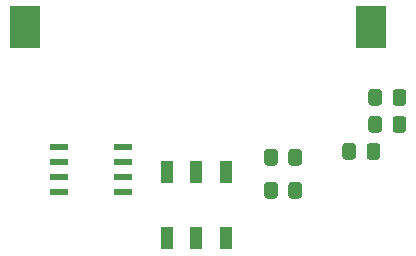
<source format=gbr>
G04 #@! TF.GenerationSoftware,KiCad,Pcbnew,5.1.9*
G04 #@! TF.CreationDate,2021-04-20T19:19:39+02:00*
G04 #@! TF.ProjectId,nibble++,6e696262-6c65-42b2-9b2e-6b696361645f,rev?*
G04 #@! TF.SameCoordinates,Original*
G04 #@! TF.FileFunction,Paste,Bot*
G04 #@! TF.FilePolarity,Positive*
%FSLAX46Y46*%
G04 Gerber Fmt 4.6, Leading zero omitted, Abs format (unit mm)*
G04 Created by KiCad (PCBNEW 5.1.9) date 2021-04-20 19:19:39*
%MOMM*%
%LPD*%
G01*
G04 APERTURE LIST*
%ADD10R,1.550000X0.600000*%
%ADD11R,2.600000X3.600000*%
%ADD12R,1.100000X1.950000*%
G04 APERTURE END LIST*
G36*
G01*
X115550000Y-105467999D02*
X115550000Y-106368001D01*
G75*
G02*
X115300001Y-106618000I-249999J0D01*
G01*
X114649999Y-106618000D01*
G75*
G02*
X114400000Y-106368001I0J249999D01*
G01*
X114400000Y-105467999D01*
G75*
G02*
X114649999Y-105218000I249999J0D01*
G01*
X115300001Y-105218000D01*
G75*
G02*
X115550000Y-105467999I0J-249999D01*
G01*
G37*
G36*
G01*
X117600000Y-105467999D02*
X117600000Y-106368001D01*
G75*
G02*
X117350001Y-106618000I-249999J0D01*
G01*
X116699999Y-106618000D01*
G75*
G02*
X116450000Y-106368001I0J249999D01*
G01*
X116450000Y-105467999D01*
G75*
G02*
X116699999Y-105218000I249999J0D01*
G01*
X117350001Y-105218000D01*
G75*
G02*
X117600000Y-105467999I0J-249999D01*
G01*
G37*
G36*
G01*
X115550000Y-107753999D02*
X115550000Y-108654001D01*
G75*
G02*
X115300001Y-108904000I-249999J0D01*
G01*
X114649999Y-108904000D01*
G75*
G02*
X114400000Y-108654001I0J249999D01*
G01*
X114400000Y-107753999D01*
G75*
G02*
X114649999Y-107504000I249999J0D01*
G01*
X115300001Y-107504000D01*
G75*
G02*
X115550000Y-107753999I0J-249999D01*
G01*
G37*
G36*
G01*
X117600000Y-107753999D02*
X117600000Y-108654001D01*
G75*
G02*
X117350001Y-108904000I-249999J0D01*
G01*
X116699999Y-108904000D01*
G75*
G02*
X116450000Y-108654001I0J249999D01*
G01*
X116450000Y-107753999D01*
G75*
G02*
X116699999Y-107504000I249999J0D01*
G01*
X117350001Y-107504000D01*
G75*
G02*
X117600000Y-107753999I0J-249999D01*
G01*
G37*
G36*
G01*
X114251000Y-110940001D02*
X114251000Y-110039999D01*
G75*
G02*
X114500999Y-109790000I249999J0D01*
G01*
X115151001Y-109790000D01*
G75*
G02*
X115401000Y-110039999I0J-249999D01*
G01*
X115401000Y-110940001D01*
G75*
G02*
X115151001Y-111190000I-249999J0D01*
G01*
X114500999Y-111190000D01*
G75*
G02*
X114251000Y-110940001I0J249999D01*
G01*
G37*
G36*
G01*
X112201000Y-110940001D02*
X112201000Y-110039999D01*
G75*
G02*
X112450999Y-109790000I249999J0D01*
G01*
X113101001Y-109790000D01*
G75*
G02*
X113351000Y-110039999I0J-249999D01*
G01*
X113351000Y-110940001D01*
G75*
G02*
X113101001Y-111190000I-249999J0D01*
G01*
X112450999Y-111190000D01*
G75*
G02*
X112201000Y-110940001I0J249999D01*
G01*
G37*
G36*
G01*
X107629000Y-114242001D02*
X107629000Y-113341999D01*
G75*
G02*
X107878999Y-113092000I249999J0D01*
G01*
X108529001Y-113092000D01*
G75*
G02*
X108779000Y-113341999I0J-249999D01*
G01*
X108779000Y-114242001D01*
G75*
G02*
X108529001Y-114492000I-249999J0D01*
G01*
X107878999Y-114492000D01*
G75*
G02*
X107629000Y-114242001I0J249999D01*
G01*
G37*
G36*
G01*
X105579000Y-114242001D02*
X105579000Y-113341999D01*
G75*
G02*
X105828999Y-113092000I249999J0D01*
G01*
X106479001Y-113092000D01*
G75*
G02*
X106729000Y-113341999I0J-249999D01*
G01*
X106729000Y-114242001D01*
G75*
G02*
X106479001Y-114492000I-249999J0D01*
G01*
X105828999Y-114492000D01*
G75*
G02*
X105579000Y-114242001I0J249999D01*
G01*
G37*
G36*
G01*
X107629000Y-111448001D02*
X107629000Y-110547999D01*
G75*
G02*
X107878999Y-110298000I249999J0D01*
G01*
X108529001Y-110298000D01*
G75*
G02*
X108779000Y-110547999I0J-249999D01*
G01*
X108779000Y-111448001D01*
G75*
G02*
X108529001Y-111698000I-249999J0D01*
G01*
X107878999Y-111698000D01*
G75*
G02*
X107629000Y-111448001I0J249999D01*
G01*
G37*
G36*
G01*
X105579000Y-111448001D02*
X105579000Y-110547999D01*
G75*
G02*
X105828999Y-110298000I249999J0D01*
G01*
X106479001Y-110298000D01*
G75*
G02*
X106729000Y-110547999I0J-249999D01*
G01*
X106729000Y-111448001D01*
G75*
G02*
X106479001Y-111698000I-249999J0D01*
G01*
X105828999Y-111698000D01*
G75*
G02*
X105579000Y-111448001I0J249999D01*
G01*
G37*
D10*
X93632000Y-113919000D03*
X93632000Y-112649000D03*
X93632000Y-111379000D03*
X93632000Y-110109000D03*
X88232000Y-110109000D03*
X88232000Y-111379000D03*
X88232000Y-112649000D03*
X88232000Y-113919000D03*
D11*
X114650000Y-100000000D03*
X85350000Y-100000000D03*
D12*
X97322000Y-117856000D03*
X99822000Y-117856000D03*
X102322000Y-117856000D03*
X102322000Y-112206000D03*
X97322000Y-112206000D03*
X99822000Y-112206000D03*
M02*

</source>
